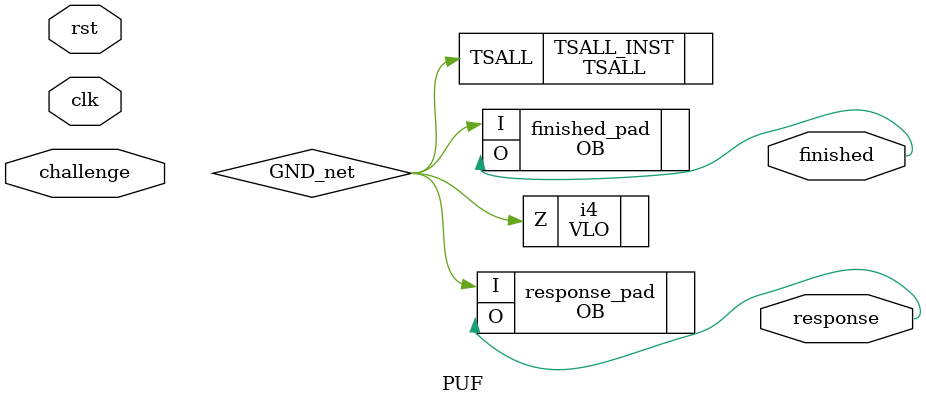
<source format=v>

module PUF (clk, rst, challenge, response, finished);   // /home/damiano/Documenti/Esami/Tesi/PUF/FPGA/PUF.vhd(4[8:11])
    input clk;   // /home/damiano/Documenti/Esami/Tesi/PUF/FPGA/PUF.vhd(5[13:16])
    input rst;   // /home/damiano/Documenti/Esami/Tesi/PUF/FPGA/PUF.vhd(5[18:21])
    input [2:0]challenge;   // /home/damiano/Documenti/Esami/Tesi/PUF/FPGA/PUF.vhd(6[4:13])
    output response;   // /home/damiano/Documenti/Esami/Tesi/PUF/FPGA/PUF.vhd(7[13:21])
    output finished;   // /home/damiano/Documenti/Esami/Tesi/PUF/FPGA/PUF.vhd(8[4:12])
    
    
    wire GND_net, VCC_net;
    
    VHI i12 (.Z(VCC_net));
    OB response_pad (.I(GND_net), .O(response));   // /home/damiano/Documenti/Esami/Tesi/PUF/FPGA/PUF.vhd(7[13:21])
    OB finished_pad (.I(GND_net), .O(finished));   // /home/damiano/Documenti/Esami/Tesi/PUF/FPGA/PUF.vhd(8[4:12])
    GSR GSR_INST (.GSR(VCC_net));
    TSALL TSALL_INST (.TSALL(GND_net));
    PUR PUR_INST (.PUR(VCC_net));
    defparam PUR_INST.RST_PULSE = 1;
    VLO i4 (.Z(GND_net));
    
endmodule
//
// Verilog Description of module TSALL
// module not written out since it is a black-box. 
//

//
// Verilog Description of module PUR
// module not written out since it is a black-box. 
//


</source>
